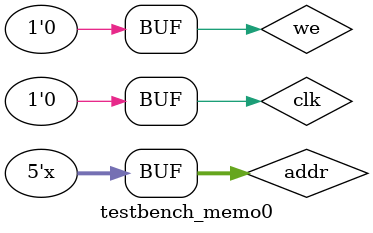
<source format=v>
module testbench_memo0;
    
    // parameter
    parameter CYCLE = 1000; // clock cycle
    parameter HALF_CYCLE = 500; // half cycle
    parameter DLY = 500; // delay
    
    // wire/reg
    reg clk, we;
    reg [4:0] addr;
    wire [3:0] w_data;
    wire [3:0] r_data;

    // DUT module
    bram_example bram_example_0 (
        .clk(clk),
        .we(we),
        .addr(addr),
	.w_data(w_data),
	.r_data(r_data)
    );

    // clock generator
    always begin
        clk = 1'b1;
        #(HALF_CYCLE) clk = 1'b0;
	addr = addr+1;
	$display("r_data=%b", r_data);
        #(HALF_CYCLE);
    end
    // test scenario
//    integer i;
    initial begin
	we = 0;
	addr = 0;
//	for (i = 0; i < 10; i = i+1) begin
//	   addr = addr +1;
//	   #500;
//	end
    end

endmodule

</source>
